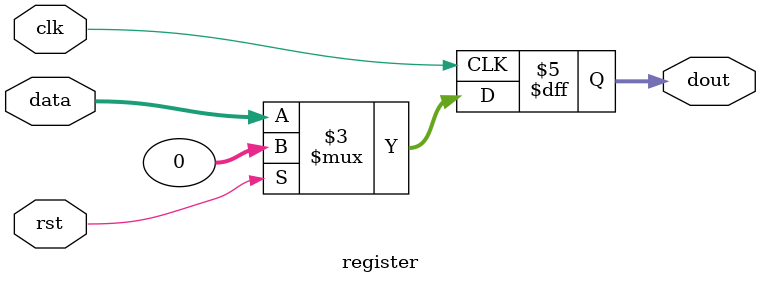
<source format=v>
module register #(parameter W = 32) (clk, rst, data, dout);
	input				clk;
	input				rst;
	input		[W-1:0]	data;
	output	reg	[W-1:0]	dout;

	always @(posedge clk)
	begin
		if(rst)
			dout[W-1:0] <= {W-1{1'b0}};
		else
			dout <= data;
	end
endmodule
</source>
